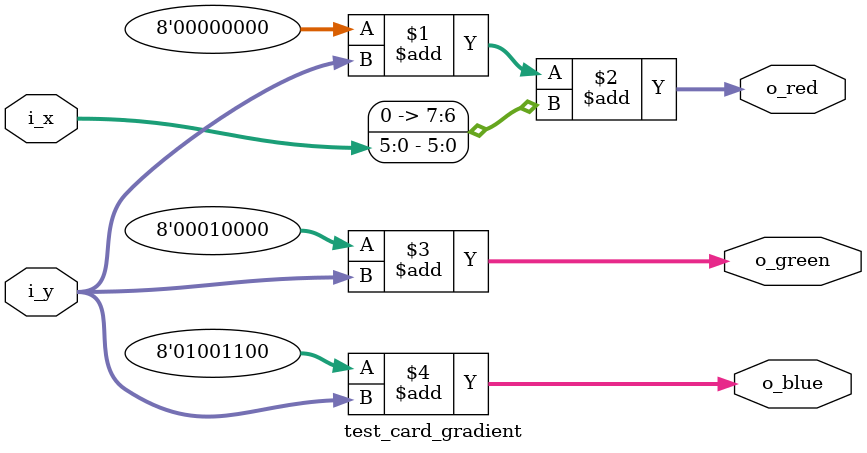
<source format=v>
`timescale 1ns / 1ps
`default_nettype none


module test_card_gradient (
    input wire [5:0] i_x,
    input wire [7:0] i_y,
    output wire [7:0] o_red,
    output wire [7:0] o_green,
    output wire [7:0] o_blue
    );

    localparam base_red     = 8'h00;
    localparam base_green   = 8'h10;
    localparam base_blue    = 8'h4C;

    assign o_red    = base_red + i_y + {2'b0, i_x};
    assign o_green  = base_green + i_y;
    assign o_blue   = base_blue + i_y;
endmodule

</source>
